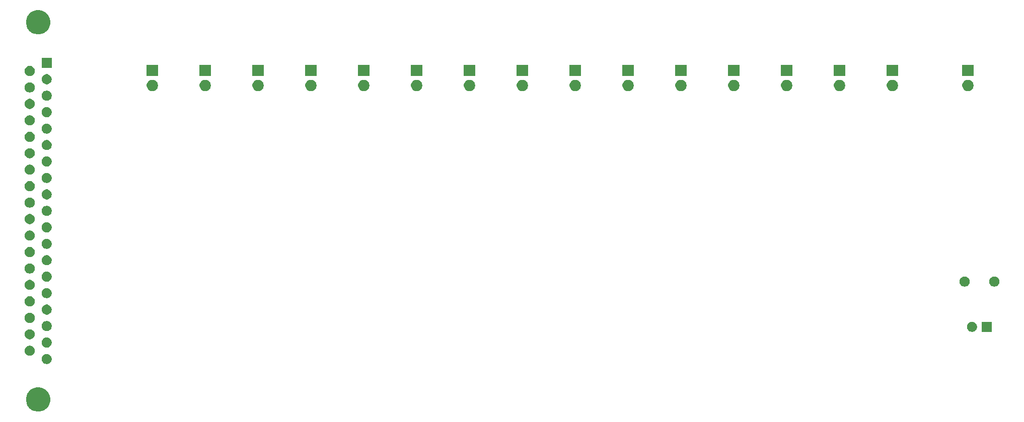
<source format=gbr>
G04 #@! TF.GenerationSoftware,KiCad,Pcbnew,5.1.5-52549c5~84~ubuntu18.04.1*
G04 #@! TF.CreationDate,2020-05-17T15:51:58-07:00*
G04 #@! TF.ProjectId,program_counter,70726f67-7261-46d5-9f63-6f756e746572,rev?*
G04 #@! TF.SameCoordinates,Original*
G04 #@! TF.FileFunction,Soldermask,Bot*
G04 #@! TF.FilePolarity,Negative*
%FSLAX46Y46*%
G04 Gerber Fmt 4.6, Leading zero omitted, Abs format (unit mm)*
G04 Created by KiCad (PCBNEW 5.1.5-52549c5~84~ubuntu18.04.1) date 2020-05-17 15:51:58*
%MOMM*%
%LPD*%
G04 APERTURE LIST*
%ADD10C,0.100000*%
G04 APERTURE END LIST*
D10*
G36*
X72838254Y-127097818D02*
G01*
X73211511Y-127252426D01*
X73211513Y-127252427D01*
X73547436Y-127476884D01*
X73833116Y-127762564D01*
X74057574Y-128098489D01*
X74212182Y-128471746D01*
X74291000Y-128867993D01*
X74291000Y-129272007D01*
X74212182Y-129668254D01*
X74057574Y-130041511D01*
X74057573Y-130041513D01*
X73833116Y-130377436D01*
X73547436Y-130663116D01*
X73211513Y-130887573D01*
X73211512Y-130887574D01*
X73211511Y-130887574D01*
X72838254Y-131042182D01*
X72442007Y-131121000D01*
X72037993Y-131121000D01*
X71641746Y-131042182D01*
X71268489Y-130887574D01*
X71268488Y-130887574D01*
X71268487Y-130887573D01*
X70932564Y-130663116D01*
X70646884Y-130377436D01*
X70422427Y-130041513D01*
X70422426Y-130041511D01*
X70267818Y-129668254D01*
X70189000Y-129272007D01*
X70189000Y-128867993D01*
X70267818Y-128471746D01*
X70422426Y-128098489D01*
X70646884Y-127762564D01*
X70932564Y-127476884D01*
X71268487Y-127252427D01*
X71268489Y-127252426D01*
X71641746Y-127097818D01*
X72037993Y-127019000D01*
X72442007Y-127019000D01*
X72838254Y-127097818D01*
G37*
G36*
X73908228Y-121431703D02*
G01*
X74063100Y-121495853D01*
X74202481Y-121588985D01*
X74321015Y-121707519D01*
X74414147Y-121846900D01*
X74478297Y-122001772D01*
X74511000Y-122166184D01*
X74511000Y-122333816D01*
X74478297Y-122498228D01*
X74414147Y-122653100D01*
X74321015Y-122792481D01*
X74202481Y-122911015D01*
X74063100Y-123004147D01*
X73908228Y-123068297D01*
X73743816Y-123101000D01*
X73576184Y-123101000D01*
X73411772Y-123068297D01*
X73256900Y-123004147D01*
X73117519Y-122911015D01*
X72998985Y-122792481D01*
X72905853Y-122653100D01*
X72841703Y-122498228D01*
X72809000Y-122333816D01*
X72809000Y-122166184D01*
X72841703Y-122001772D01*
X72905853Y-121846900D01*
X72998985Y-121707519D01*
X73117519Y-121588985D01*
X73256900Y-121495853D01*
X73411772Y-121431703D01*
X73576184Y-121399000D01*
X73743816Y-121399000D01*
X73908228Y-121431703D01*
G37*
G36*
X71068228Y-120046703D02*
G01*
X71223100Y-120110853D01*
X71362481Y-120203985D01*
X71481015Y-120322519D01*
X71574147Y-120461900D01*
X71638297Y-120616772D01*
X71671000Y-120781184D01*
X71671000Y-120948816D01*
X71638297Y-121113228D01*
X71574147Y-121268100D01*
X71481015Y-121407481D01*
X71362481Y-121526015D01*
X71223100Y-121619147D01*
X71068228Y-121683297D01*
X70903816Y-121716000D01*
X70736184Y-121716000D01*
X70571772Y-121683297D01*
X70416900Y-121619147D01*
X70277519Y-121526015D01*
X70158985Y-121407481D01*
X70065853Y-121268100D01*
X70001703Y-121113228D01*
X69969000Y-120948816D01*
X69969000Y-120781184D01*
X70001703Y-120616772D01*
X70065853Y-120461900D01*
X70158985Y-120322519D01*
X70277519Y-120203985D01*
X70416900Y-120110853D01*
X70571772Y-120046703D01*
X70736184Y-120014000D01*
X70903816Y-120014000D01*
X71068228Y-120046703D01*
G37*
G36*
X73908228Y-118661703D02*
G01*
X74063100Y-118725853D01*
X74202481Y-118818985D01*
X74321015Y-118937519D01*
X74414147Y-119076900D01*
X74478297Y-119231772D01*
X74511000Y-119396184D01*
X74511000Y-119563816D01*
X74478297Y-119728228D01*
X74414147Y-119883100D01*
X74321015Y-120022481D01*
X74202481Y-120141015D01*
X74063100Y-120234147D01*
X73908228Y-120298297D01*
X73743816Y-120331000D01*
X73576184Y-120331000D01*
X73411772Y-120298297D01*
X73256900Y-120234147D01*
X73117519Y-120141015D01*
X72998985Y-120022481D01*
X72905853Y-119883100D01*
X72841703Y-119728228D01*
X72809000Y-119563816D01*
X72809000Y-119396184D01*
X72841703Y-119231772D01*
X72905853Y-119076900D01*
X72998985Y-118937519D01*
X73117519Y-118818985D01*
X73256900Y-118725853D01*
X73411772Y-118661703D01*
X73576184Y-118629000D01*
X73743816Y-118629000D01*
X73908228Y-118661703D01*
G37*
G36*
X71068228Y-117276703D02*
G01*
X71223100Y-117340853D01*
X71362481Y-117433985D01*
X71481015Y-117552519D01*
X71574147Y-117691900D01*
X71638297Y-117846772D01*
X71671000Y-118011184D01*
X71671000Y-118178816D01*
X71638297Y-118343228D01*
X71574147Y-118498100D01*
X71481015Y-118637481D01*
X71362481Y-118756015D01*
X71223100Y-118849147D01*
X71068228Y-118913297D01*
X70903816Y-118946000D01*
X70736184Y-118946000D01*
X70571772Y-118913297D01*
X70416900Y-118849147D01*
X70277519Y-118756015D01*
X70158985Y-118637481D01*
X70065853Y-118498100D01*
X70001703Y-118343228D01*
X69969000Y-118178816D01*
X69969000Y-118011184D01*
X70001703Y-117846772D01*
X70065853Y-117691900D01*
X70158985Y-117552519D01*
X70277519Y-117433985D01*
X70416900Y-117340853D01*
X70571772Y-117276703D01*
X70736184Y-117244000D01*
X70903816Y-117244000D01*
X71068228Y-117276703D01*
G37*
G36*
X232626000Y-117691000D02*
G01*
X230924000Y-117691000D01*
X230924000Y-115989000D01*
X232626000Y-115989000D01*
X232626000Y-117691000D01*
G37*
G36*
X229523228Y-116021703D02*
G01*
X229678100Y-116085853D01*
X229817481Y-116178985D01*
X229936015Y-116297519D01*
X230029147Y-116436900D01*
X230093297Y-116591772D01*
X230126000Y-116756184D01*
X230126000Y-116923816D01*
X230093297Y-117088228D01*
X230029147Y-117243100D01*
X229936015Y-117382481D01*
X229817481Y-117501015D01*
X229678100Y-117594147D01*
X229523228Y-117658297D01*
X229358816Y-117691000D01*
X229191184Y-117691000D01*
X229026772Y-117658297D01*
X228871900Y-117594147D01*
X228732519Y-117501015D01*
X228613985Y-117382481D01*
X228520853Y-117243100D01*
X228456703Y-117088228D01*
X228424000Y-116923816D01*
X228424000Y-116756184D01*
X228456703Y-116591772D01*
X228520853Y-116436900D01*
X228613985Y-116297519D01*
X228732519Y-116178985D01*
X228871900Y-116085853D01*
X229026772Y-116021703D01*
X229191184Y-115989000D01*
X229358816Y-115989000D01*
X229523228Y-116021703D01*
G37*
G36*
X73908228Y-115891703D02*
G01*
X74063100Y-115955853D01*
X74202481Y-116048985D01*
X74321015Y-116167519D01*
X74414147Y-116306900D01*
X74478297Y-116461772D01*
X74511000Y-116626184D01*
X74511000Y-116793816D01*
X74478297Y-116958228D01*
X74414147Y-117113100D01*
X74321015Y-117252481D01*
X74202481Y-117371015D01*
X74063100Y-117464147D01*
X73908228Y-117528297D01*
X73743816Y-117561000D01*
X73576184Y-117561000D01*
X73411772Y-117528297D01*
X73256900Y-117464147D01*
X73117519Y-117371015D01*
X72998985Y-117252481D01*
X72905853Y-117113100D01*
X72841703Y-116958228D01*
X72809000Y-116793816D01*
X72809000Y-116626184D01*
X72841703Y-116461772D01*
X72905853Y-116306900D01*
X72998985Y-116167519D01*
X73117519Y-116048985D01*
X73256900Y-115955853D01*
X73411772Y-115891703D01*
X73576184Y-115859000D01*
X73743816Y-115859000D01*
X73908228Y-115891703D01*
G37*
G36*
X71068228Y-114506703D02*
G01*
X71223100Y-114570853D01*
X71362481Y-114663985D01*
X71481015Y-114782519D01*
X71574147Y-114921900D01*
X71638297Y-115076772D01*
X71671000Y-115241184D01*
X71671000Y-115408816D01*
X71638297Y-115573228D01*
X71574147Y-115728100D01*
X71481015Y-115867481D01*
X71362481Y-115986015D01*
X71223100Y-116079147D01*
X71068228Y-116143297D01*
X70903816Y-116176000D01*
X70736184Y-116176000D01*
X70571772Y-116143297D01*
X70416900Y-116079147D01*
X70277519Y-115986015D01*
X70158985Y-115867481D01*
X70065853Y-115728100D01*
X70001703Y-115573228D01*
X69969000Y-115408816D01*
X69969000Y-115241184D01*
X70001703Y-115076772D01*
X70065853Y-114921900D01*
X70158985Y-114782519D01*
X70277519Y-114663985D01*
X70416900Y-114570853D01*
X70571772Y-114506703D01*
X70736184Y-114474000D01*
X70903816Y-114474000D01*
X71068228Y-114506703D01*
G37*
G36*
X73908228Y-113121703D02*
G01*
X74063100Y-113185853D01*
X74202481Y-113278985D01*
X74321015Y-113397519D01*
X74414147Y-113536900D01*
X74478297Y-113691772D01*
X74511000Y-113856184D01*
X74511000Y-114023816D01*
X74478297Y-114188228D01*
X74414147Y-114343100D01*
X74321015Y-114482481D01*
X74202481Y-114601015D01*
X74063100Y-114694147D01*
X73908228Y-114758297D01*
X73743816Y-114791000D01*
X73576184Y-114791000D01*
X73411772Y-114758297D01*
X73256900Y-114694147D01*
X73117519Y-114601015D01*
X72998985Y-114482481D01*
X72905853Y-114343100D01*
X72841703Y-114188228D01*
X72809000Y-114023816D01*
X72809000Y-113856184D01*
X72841703Y-113691772D01*
X72905853Y-113536900D01*
X72998985Y-113397519D01*
X73117519Y-113278985D01*
X73256900Y-113185853D01*
X73411772Y-113121703D01*
X73576184Y-113089000D01*
X73743816Y-113089000D01*
X73908228Y-113121703D01*
G37*
G36*
X71068228Y-111736703D02*
G01*
X71223100Y-111800853D01*
X71362481Y-111893985D01*
X71481015Y-112012519D01*
X71574147Y-112151900D01*
X71638297Y-112306772D01*
X71671000Y-112471184D01*
X71671000Y-112638816D01*
X71638297Y-112803228D01*
X71574147Y-112958100D01*
X71481015Y-113097481D01*
X71362481Y-113216015D01*
X71223100Y-113309147D01*
X71068228Y-113373297D01*
X70903816Y-113406000D01*
X70736184Y-113406000D01*
X70571772Y-113373297D01*
X70416900Y-113309147D01*
X70277519Y-113216015D01*
X70158985Y-113097481D01*
X70065853Y-112958100D01*
X70001703Y-112803228D01*
X69969000Y-112638816D01*
X69969000Y-112471184D01*
X70001703Y-112306772D01*
X70065853Y-112151900D01*
X70158985Y-112012519D01*
X70277519Y-111893985D01*
X70416900Y-111800853D01*
X70571772Y-111736703D01*
X70736184Y-111704000D01*
X70903816Y-111704000D01*
X71068228Y-111736703D01*
G37*
G36*
X73908228Y-110351703D02*
G01*
X74063100Y-110415853D01*
X74202481Y-110508985D01*
X74321015Y-110627519D01*
X74414147Y-110766900D01*
X74478297Y-110921772D01*
X74511000Y-111086184D01*
X74511000Y-111253816D01*
X74478297Y-111418228D01*
X74414147Y-111573100D01*
X74321015Y-111712481D01*
X74202481Y-111831015D01*
X74063100Y-111924147D01*
X73908228Y-111988297D01*
X73743816Y-112021000D01*
X73576184Y-112021000D01*
X73411772Y-111988297D01*
X73256900Y-111924147D01*
X73117519Y-111831015D01*
X72998985Y-111712481D01*
X72905853Y-111573100D01*
X72841703Y-111418228D01*
X72809000Y-111253816D01*
X72809000Y-111086184D01*
X72841703Y-110921772D01*
X72905853Y-110766900D01*
X72998985Y-110627519D01*
X73117519Y-110508985D01*
X73256900Y-110415853D01*
X73411772Y-110351703D01*
X73576184Y-110319000D01*
X73743816Y-110319000D01*
X73908228Y-110351703D01*
G37*
G36*
X71068228Y-108966703D02*
G01*
X71223100Y-109030853D01*
X71362481Y-109123985D01*
X71481015Y-109242519D01*
X71574147Y-109381900D01*
X71638297Y-109536772D01*
X71671000Y-109701184D01*
X71671000Y-109868816D01*
X71638297Y-110033228D01*
X71574147Y-110188100D01*
X71481015Y-110327481D01*
X71362481Y-110446015D01*
X71223100Y-110539147D01*
X71068228Y-110603297D01*
X70903816Y-110636000D01*
X70736184Y-110636000D01*
X70571772Y-110603297D01*
X70416900Y-110539147D01*
X70277519Y-110446015D01*
X70158985Y-110327481D01*
X70065853Y-110188100D01*
X70001703Y-110033228D01*
X69969000Y-109868816D01*
X69969000Y-109701184D01*
X70001703Y-109536772D01*
X70065853Y-109381900D01*
X70158985Y-109242519D01*
X70277519Y-109123985D01*
X70416900Y-109030853D01*
X70571772Y-108966703D01*
X70736184Y-108934000D01*
X70903816Y-108934000D01*
X71068228Y-108966703D01*
G37*
G36*
X233293228Y-108401703D02*
G01*
X233448100Y-108465853D01*
X233587481Y-108558985D01*
X233706015Y-108677519D01*
X233799147Y-108816900D01*
X233863297Y-108971772D01*
X233896000Y-109136184D01*
X233896000Y-109303816D01*
X233863297Y-109468228D01*
X233799147Y-109623100D01*
X233706015Y-109762481D01*
X233587481Y-109881015D01*
X233448100Y-109974147D01*
X233293228Y-110038297D01*
X233128816Y-110071000D01*
X232961184Y-110071000D01*
X232796772Y-110038297D01*
X232641900Y-109974147D01*
X232502519Y-109881015D01*
X232383985Y-109762481D01*
X232290853Y-109623100D01*
X232226703Y-109468228D01*
X232194000Y-109303816D01*
X232194000Y-109136184D01*
X232226703Y-108971772D01*
X232290853Y-108816900D01*
X232383985Y-108677519D01*
X232502519Y-108558985D01*
X232641900Y-108465853D01*
X232796772Y-108401703D01*
X232961184Y-108369000D01*
X233128816Y-108369000D01*
X233293228Y-108401703D01*
G37*
G36*
X228293228Y-108401703D02*
G01*
X228448100Y-108465853D01*
X228587481Y-108558985D01*
X228706015Y-108677519D01*
X228799147Y-108816900D01*
X228863297Y-108971772D01*
X228896000Y-109136184D01*
X228896000Y-109303816D01*
X228863297Y-109468228D01*
X228799147Y-109623100D01*
X228706015Y-109762481D01*
X228587481Y-109881015D01*
X228448100Y-109974147D01*
X228293228Y-110038297D01*
X228128816Y-110071000D01*
X227961184Y-110071000D01*
X227796772Y-110038297D01*
X227641900Y-109974147D01*
X227502519Y-109881015D01*
X227383985Y-109762481D01*
X227290853Y-109623100D01*
X227226703Y-109468228D01*
X227194000Y-109303816D01*
X227194000Y-109136184D01*
X227226703Y-108971772D01*
X227290853Y-108816900D01*
X227383985Y-108677519D01*
X227502519Y-108558985D01*
X227641900Y-108465853D01*
X227796772Y-108401703D01*
X227961184Y-108369000D01*
X228128816Y-108369000D01*
X228293228Y-108401703D01*
G37*
G36*
X73908228Y-107581703D02*
G01*
X74063100Y-107645853D01*
X74202481Y-107738985D01*
X74321015Y-107857519D01*
X74414147Y-107996900D01*
X74478297Y-108151772D01*
X74511000Y-108316184D01*
X74511000Y-108483816D01*
X74478297Y-108648228D01*
X74414147Y-108803100D01*
X74321015Y-108942481D01*
X74202481Y-109061015D01*
X74063100Y-109154147D01*
X73908228Y-109218297D01*
X73743816Y-109251000D01*
X73576184Y-109251000D01*
X73411772Y-109218297D01*
X73256900Y-109154147D01*
X73117519Y-109061015D01*
X72998985Y-108942481D01*
X72905853Y-108803100D01*
X72841703Y-108648228D01*
X72809000Y-108483816D01*
X72809000Y-108316184D01*
X72841703Y-108151772D01*
X72905853Y-107996900D01*
X72998985Y-107857519D01*
X73117519Y-107738985D01*
X73256900Y-107645853D01*
X73411772Y-107581703D01*
X73576184Y-107549000D01*
X73743816Y-107549000D01*
X73908228Y-107581703D01*
G37*
G36*
X71068228Y-106196703D02*
G01*
X71223100Y-106260853D01*
X71362481Y-106353985D01*
X71481015Y-106472519D01*
X71574147Y-106611900D01*
X71638297Y-106766772D01*
X71671000Y-106931184D01*
X71671000Y-107098816D01*
X71638297Y-107263228D01*
X71574147Y-107418100D01*
X71481015Y-107557481D01*
X71362481Y-107676015D01*
X71223100Y-107769147D01*
X71068228Y-107833297D01*
X70903816Y-107866000D01*
X70736184Y-107866000D01*
X70571772Y-107833297D01*
X70416900Y-107769147D01*
X70277519Y-107676015D01*
X70158985Y-107557481D01*
X70065853Y-107418100D01*
X70001703Y-107263228D01*
X69969000Y-107098816D01*
X69969000Y-106931184D01*
X70001703Y-106766772D01*
X70065853Y-106611900D01*
X70158985Y-106472519D01*
X70277519Y-106353985D01*
X70416900Y-106260853D01*
X70571772Y-106196703D01*
X70736184Y-106164000D01*
X70903816Y-106164000D01*
X71068228Y-106196703D01*
G37*
G36*
X73908228Y-104811703D02*
G01*
X74063100Y-104875853D01*
X74202481Y-104968985D01*
X74321015Y-105087519D01*
X74414147Y-105226900D01*
X74478297Y-105381772D01*
X74511000Y-105546184D01*
X74511000Y-105713816D01*
X74478297Y-105878228D01*
X74414147Y-106033100D01*
X74321015Y-106172481D01*
X74202481Y-106291015D01*
X74063100Y-106384147D01*
X73908228Y-106448297D01*
X73743816Y-106481000D01*
X73576184Y-106481000D01*
X73411772Y-106448297D01*
X73256900Y-106384147D01*
X73117519Y-106291015D01*
X72998985Y-106172481D01*
X72905853Y-106033100D01*
X72841703Y-105878228D01*
X72809000Y-105713816D01*
X72809000Y-105546184D01*
X72841703Y-105381772D01*
X72905853Y-105226900D01*
X72998985Y-105087519D01*
X73117519Y-104968985D01*
X73256900Y-104875853D01*
X73411772Y-104811703D01*
X73576184Y-104779000D01*
X73743816Y-104779000D01*
X73908228Y-104811703D01*
G37*
G36*
X71068228Y-103426703D02*
G01*
X71223100Y-103490853D01*
X71362481Y-103583985D01*
X71481015Y-103702519D01*
X71574147Y-103841900D01*
X71638297Y-103996772D01*
X71671000Y-104161184D01*
X71671000Y-104328816D01*
X71638297Y-104493228D01*
X71574147Y-104648100D01*
X71481015Y-104787481D01*
X71362481Y-104906015D01*
X71223100Y-104999147D01*
X71068228Y-105063297D01*
X70903816Y-105096000D01*
X70736184Y-105096000D01*
X70571772Y-105063297D01*
X70416900Y-104999147D01*
X70277519Y-104906015D01*
X70158985Y-104787481D01*
X70065853Y-104648100D01*
X70001703Y-104493228D01*
X69969000Y-104328816D01*
X69969000Y-104161184D01*
X70001703Y-103996772D01*
X70065853Y-103841900D01*
X70158985Y-103702519D01*
X70277519Y-103583985D01*
X70416900Y-103490853D01*
X70571772Y-103426703D01*
X70736184Y-103394000D01*
X70903816Y-103394000D01*
X71068228Y-103426703D01*
G37*
G36*
X73908228Y-102041703D02*
G01*
X74063100Y-102105853D01*
X74202481Y-102198985D01*
X74321015Y-102317519D01*
X74414147Y-102456900D01*
X74478297Y-102611772D01*
X74511000Y-102776184D01*
X74511000Y-102943816D01*
X74478297Y-103108228D01*
X74414147Y-103263100D01*
X74321015Y-103402481D01*
X74202481Y-103521015D01*
X74063100Y-103614147D01*
X73908228Y-103678297D01*
X73743816Y-103711000D01*
X73576184Y-103711000D01*
X73411772Y-103678297D01*
X73256900Y-103614147D01*
X73117519Y-103521015D01*
X72998985Y-103402481D01*
X72905853Y-103263100D01*
X72841703Y-103108228D01*
X72809000Y-102943816D01*
X72809000Y-102776184D01*
X72841703Y-102611772D01*
X72905853Y-102456900D01*
X72998985Y-102317519D01*
X73117519Y-102198985D01*
X73256900Y-102105853D01*
X73411772Y-102041703D01*
X73576184Y-102009000D01*
X73743816Y-102009000D01*
X73908228Y-102041703D01*
G37*
G36*
X71068228Y-100656703D02*
G01*
X71223100Y-100720853D01*
X71362481Y-100813985D01*
X71481015Y-100932519D01*
X71574147Y-101071900D01*
X71638297Y-101226772D01*
X71671000Y-101391184D01*
X71671000Y-101558816D01*
X71638297Y-101723228D01*
X71574147Y-101878100D01*
X71481015Y-102017481D01*
X71362481Y-102136015D01*
X71223100Y-102229147D01*
X71068228Y-102293297D01*
X70903816Y-102326000D01*
X70736184Y-102326000D01*
X70571772Y-102293297D01*
X70416900Y-102229147D01*
X70277519Y-102136015D01*
X70158985Y-102017481D01*
X70065853Y-101878100D01*
X70001703Y-101723228D01*
X69969000Y-101558816D01*
X69969000Y-101391184D01*
X70001703Y-101226772D01*
X70065853Y-101071900D01*
X70158985Y-100932519D01*
X70277519Y-100813985D01*
X70416900Y-100720853D01*
X70571772Y-100656703D01*
X70736184Y-100624000D01*
X70903816Y-100624000D01*
X71068228Y-100656703D01*
G37*
G36*
X73908228Y-99271703D02*
G01*
X74063100Y-99335853D01*
X74202481Y-99428985D01*
X74321015Y-99547519D01*
X74414147Y-99686900D01*
X74478297Y-99841772D01*
X74511000Y-100006184D01*
X74511000Y-100173816D01*
X74478297Y-100338228D01*
X74414147Y-100493100D01*
X74321015Y-100632481D01*
X74202481Y-100751015D01*
X74063100Y-100844147D01*
X73908228Y-100908297D01*
X73743816Y-100941000D01*
X73576184Y-100941000D01*
X73411772Y-100908297D01*
X73256900Y-100844147D01*
X73117519Y-100751015D01*
X72998985Y-100632481D01*
X72905853Y-100493100D01*
X72841703Y-100338228D01*
X72809000Y-100173816D01*
X72809000Y-100006184D01*
X72841703Y-99841772D01*
X72905853Y-99686900D01*
X72998985Y-99547519D01*
X73117519Y-99428985D01*
X73256900Y-99335853D01*
X73411772Y-99271703D01*
X73576184Y-99239000D01*
X73743816Y-99239000D01*
X73908228Y-99271703D01*
G37*
G36*
X71068228Y-97886703D02*
G01*
X71223100Y-97950853D01*
X71362481Y-98043985D01*
X71481015Y-98162519D01*
X71574147Y-98301900D01*
X71638297Y-98456772D01*
X71671000Y-98621184D01*
X71671000Y-98788816D01*
X71638297Y-98953228D01*
X71574147Y-99108100D01*
X71481015Y-99247481D01*
X71362481Y-99366015D01*
X71223100Y-99459147D01*
X71068228Y-99523297D01*
X70903816Y-99556000D01*
X70736184Y-99556000D01*
X70571772Y-99523297D01*
X70416900Y-99459147D01*
X70277519Y-99366015D01*
X70158985Y-99247481D01*
X70065853Y-99108100D01*
X70001703Y-98953228D01*
X69969000Y-98788816D01*
X69969000Y-98621184D01*
X70001703Y-98456772D01*
X70065853Y-98301900D01*
X70158985Y-98162519D01*
X70277519Y-98043985D01*
X70416900Y-97950853D01*
X70571772Y-97886703D01*
X70736184Y-97854000D01*
X70903816Y-97854000D01*
X71068228Y-97886703D01*
G37*
G36*
X73908228Y-96501703D02*
G01*
X74063100Y-96565853D01*
X74202481Y-96658985D01*
X74321015Y-96777519D01*
X74414147Y-96916900D01*
X74478297Y-97071772D01*
X74511000Y-97236184D01*
X74511000Y-97403816D01*
X74478297Y-97568228D01*
X74414147Y-97723100D01*
X74321015Y-97862481D01*
X74202481Y-97981015D01*
X74063100Y-98074147D01*
X73908228Y-98138297D01*
X73743816Y-98171000D01*
X73576184Y-98171000D01*
X73411772Y-98138297D01*
X73256900Y-98074147D01*
X73117519Y-97981015D01*
X72998985Y-97862481D01*
X72905853Y-97723100D01*
X72841703Y-97568228D01*
X72809000Y-97403816D01*
X72809000Y-97236184D01*
X72841703Y-97071772D01*
X72905853Y-96916900D01*
X72998985Y-96777519D01*
X73117519Y-96658985D01*
X73256900Y-96565853D01*
X73411772Y-96501703D01*
X73576184Y-96469000D01*
X73743816Y-96469000D01*
X73908228Y-96501703D01*
G37*
G36*
X71068228Y-95116703D02*
G01*
X71223100Y-95180853D01*
X71362481Y-95273985D01*
X71481015Y-95392519D01*
X71574147Y-95531900D01*
X71638297Y-95686772D01*
X71671000Y-95851184D01*
X71671000Y-96018816D01*
X71638297Y-96183228D01*
X71574147Y-96338100D01*
X71481015Y-96477481D01*
X71362481Y-96596015D01*
X71223100Y-96689147D01*
X71068228Y-96753297D01*
X70903816Y-96786000D01*
X70736184Y-96786000D01*
X70571772Y-96753297D01*
X70416900Y-96689147D01*
X70277519Y-96596015D01*
X70158985Y-96477481D01*
X70065853Y-96338100D01*
X70001703Y-96183228D01*
X69969000Y-96018816D01*
X69969000Y-95851184D01*
X70001703Y-95686772D01*
X70065853Y-95531900D01*
X70158985Y-95392519D01*
X70277519Y-95273985D01*
X70416900Y-95180853D01*
X70571772Y-95116703D01*
X70736184Y-95084000D01*
X70903816Y-95084000D01*
X71068228Y-95116703D01*
G37*
G36*
X73908228Y-93731703D02*
G01*
X74063100Y-93795853D01*
X74202481Y-93888985D01*
X74321015Y-94007519D01*
X74414147Y-94146900D01*
X74478297Y-94301772D01*
X74511000Y-94466184D01*
X74511000Y-94633816D01*
X74478297Y-94798228D01*
X74414147Y-94953100D01*
X74321015Y-95092481D01*
X74202481Y-95211015D01*
X74063100Y-95304147D01*
X73908228Y-95368297D01*
X73743816Y-95401000D01*
X73576184Y-95401000D01*
X73411772Y-95368297D01*
X73256900Y-95304147D01*
X73117519Y-95211015D01*
X72998985Y-95092481D01*
X72905853Y-94953100D01*
X72841703Y-94798228D01*
X72809000Y-94633816D01*
X72809000Y-94466184D01*
X72841703Y-94301772D01*
X72905853Y-94146900D01*
X72998985Y-94007519D01*
X73117519Y-93888985D01*
X73256900Y-93795853D01*
X73411772Y-93731703D01*
X73576184Y-93699000D01*
X73743816Y-93699000D01*
X73908228Y-93731703D01*
G37*
G36*
X71068228Y-92346703D02*
G01*
X71223100Y-92410853D01*
X71362481Y-92503985D01*
X71481015Y-92622519D01*
X71574147Y-92761900D01*
X71638297Y-92916772D01*
X71671000Y-93081184D01*
X71671000Y-93248816D01*
X71638297Y-93413228D01*
X71574147Y-93568100D01*
X71481015Y-93707481D01*
X71362481Y-93826015D01*
X71223100Y-93919147D01*
X71068228Y-93983297D01*
X70903816Y-94016000D01*
X70736184Y-94016000D01*
X70571772Y-93983297D01*
X70416900Y-93919147D01*
X70277519Y-93826015D01*
X70158985Y-93707481D01*
X70065853Y-93568100D01*
X70001703Y-93413228D01*
X69969000Y-93248816D01*
X69969000Y-93081184D01*
X70001703Y-92916772D01*
X70065853Y-92761900D01*
X70158985Y-92622519D01*
X70277519Y-92503985D01*
X70416900Y-92410853D01*
X70571772Y-92346703D01*
X70736184Y-92314000D01*
X70903816Y-92314000D01*
X71068228Y-92346703D01*
G37*
G36*
X73908228Y-90961703D02*
G01*
X74063100Y-91025853D01*
X74202481Y-91118985D01*
X74321015Y-91237519D01*
X74414147Y-91376900D01*
X74478297Y-91531772D01*
X74511000Y-91696184D01*
X74511000Y-91863816D01*
X74478297Y-92028228D01*
X74414147Y-92183100D01*
X74321015Y-92322481D01*
X74202481Y-92441015D01*
X74063100Y-92534147D01*
X73908228Y-92598297D01*
X73743816Y-92631000D01*
X73576184Y-92631000D01*
X73411772Y-92598297D01*
X73256900Y-92534147D01*
X73117519Y-92441015D01*
X72998985Y-92322481D01*
X72905853Y-92183100D01*
X72841703Y-92028228D01*
X72809000Y-91863816D01*
X72809000Y-91696184D01*
X72841703Y-91531772D01*
X72905853Y-91376900D01*
X72998985Y-91237519D01*
X73117519Y-91118985D01*
X73256900Y-91025853D01*
X73411772Y-90961703D01*
X73576184Y-90929000D01*
X73743816Y-90929000D01*
X73908228Y-90961703D01*
G37*
G36*
X71068228Y-89576703D02*
G01*
X71223100Y-89640853D01*
X71362481Y-89733985D01*
X71481015Y-89852519D01*
X71574147Y-89991900D01*
X71638297Y-90146772D01*
X71671000Y-90311184D01*
X71671000Y-90478816D01*
X71638297Y-90643228D01*
X71574147Y-90798100D01*
X71481015Y-90937481D01*
X71362481Y-91056015D01*
X71223100Y-91149147D01*
X71068228Y-91213297D01*
X70903816Y-91246000D01*
X70736184Y-91246000D01*
X70571772Y-91213297D01*
X70416900Y-91149147D01*
X70277519Y-91056015D01*
X70158985Y-90937481D01*
X70065853Y-90798100D01*
X70001703Y-90643228D01*
X69969000Y-90478816D01*
X69969000Y-90311184D01*
X70001703Y-90146772D01*
X70065853Y-89991900D01*
X70158985Y-89852519D01*
X70277519Y-89733985D01*
X70416900Y-89640853D01*
X70571772Y-89576703D01*
X70736184Y-89544000D01*
X70903816Y-89544000D01*
X71068228Y-89576703D01*
G37*
G36*
X73908228Y-88191703D02*
G01*
X74063100Y-88255853D01*
X74202481Y-88348985D01*
X74321015Y-88467519D01*
X74414147Y-88606900D01*
X74478297Y-88761772D01*
X74511000Y-88926184D01*
X74511000Y-89093816D01*
X74478297Y-89258228D01*
X74414147Y-89413100D01*
X74321015Y-89552481D01*
X74202481Y-89671015D01*
X74063100Y-89764147D01*
X73908228Y-89828297D01*
X73743816Y-89861000D01*
X73576184Y-89861000D01*
X73411772Y-89828297D01*
X73256900Y-89764147D01*
X73117519Y-89671015D01*
X72998985Y-89552481D01*
X72905853Y-89413100D01*
X72841703Y-89258228D01*
X72809000Y-89093816D01*
X72809000Y-88926184D01*
X72841703Y-88761772D01*
X72905853Y-88606900D01*
X72998985Y-88467519D01*
X73117519Y-88348985D01*
X73256900Y-88255853D01*
X73411772Y-88191703D01*
X73576184Y-88159000D01*
X73743816Y-88159000D01*
X73908228Y-88191703D01*
G37*
G36*
X71068228Y-86806703D02*
G01*
X71223100Y-86870853D01*
X71362481Y-86963985D01*
X71481015Y-87082519D01*
X71574147Y-87221900D01*
X71638297Y-87376772D01*
X71671000Y-87541184D01*
X71671000Y-87708816D01*
X71638297Y-87873228D01*
X71574147Y-88028100D01*
X71481015Y-88167481D01*
X71362481Y-88286015D01*
X71223100Y-88379147D01*
X71068228Y-88443297D01*
X70903816Y-88476000D01*
X70736184Y-88476000D01*
X70571772Y-88443297D01*
X70416900Y-88379147D01*
X70277519Y-88286015D01*
X70158985Y-88167481D01*
X70065853Y-88028100D01*
X70001703Y-87873228D01*
X69969000Y-87708816D01*
X69969000Y-87541184D01*
X70001703Y-87376772D01*
X70065853Y-87221900D01*
X70158985Y-87082519D01*
X70277519Y-86963985D01*
X70416900Y-86870853D01*
X70571772Y-86806703D01*
X70736184Y-86774000D01*
X70903816Y-86774000D01*
X71068228Y-86806703D01*
G37*
G36*
X73908228Y-85421703D02*
G01*
X74063100Y-85485853D01*
X74202481Y-85578985D01*
X74321015Y-85697519D01*
X74414147Y-85836900D01*
X74478297Y-85991772D01*
X74511000Y-86156184D01*
X74511000Y-86323816D01*
X74478297Y-86488228D01*
X74414147Y-86643100D01*
X74321015Y-86782481D01*
X74202481Y-86901015D01*
X74063100Y-86994147D01*
X73908228Y-87058297D01*
X73743816Y-87091000D01*
X73576184Y-87091000D01*
X73411772Y-87058297D01*
X73256900Y-86994147D01*
X73117519Y-86901015D01*
X72998985Y-86782481D01*
X72905853Y-86643100D01*
X72841703Y-86488228D01*
X72809000Y-86323816D01*
X72809000Y-86156184D01*
X72841703Y-85991772D01*
X72905853Y-85836900D01*
X72998985Y-85697519D01*
X73117519Y-85578985D01*
X73256900Y-85485853D01*
X73411772Y-85421703D01*
X73576184Y-85389000D01*
X73743816Y-85389000D01*
X73908228Y-85421703D01*
G37*
G36*
X71068228Y-84036703D02*
G01*
X71223100Y-84100853D01*
X71362481Y-84193985D01*
X71481015Y-84312519D01*
X71574147Y-84451900D01*
X71638297Y-84606772D01*
X71671000Y-84771184D01*
X71671000Y-84938816D01*
X71638297Y-85103228D01*
X71574147Y-85258100D01*
X71481015Y-85397481D01*
X71362481Y-85516015D01*
X71223100Y-85609147D01*
X71068228Y-85673297D01*
X70903816Y-85706000D01*
X70736184Y-85706000D01*
X70571772Y-85673297D01*
X70416900Y-85609147D01*
X70277519Y-85516015D01*
X70158985Y-85397481D01*
X70065853Y-85258100D01*
X70001703Y-85103228D01*
X69969000Y-84938816D01*
X69969000Y-84771184D01*
X70001703Y-84606772D01*
X70065853Y-84451900D01*
X70158985Y-84312519D01*
X70277519Y-84193985D01*
X70416900Y-84100853D01*
X70571772Y-84036703D01*
X70736184Y-84004000D01*
X70903816Y-84004000D01*
X71068228Y-84036703D01*
G37*
G36*
X73908228Y-82651703D02*
G01*
X74063100Y-82715853D01*
X74202481Y-82808985D01*
X74321015Y-82927519D01*
X74414147Y-83066900D01*
X74478297Y-83221772D01*
X74511000Y-83386184D01*
X74511000Y-83553816D01*
X74478297Y-83718228D01*
X74414147Y-83873100D01*
X74321015Y-84012481D01*
X74202481Y-84131015D01*
X74063100Y-84224147D01*
X73908228Y-84288297D01*
X73743816Y-84321000D01*
X73576184Y-84321000D01*
X73411772Y-84288297D01*
X73256900Y-84224147D01*
X73117519Y-84131015D01*
X72998985Y-84012481D01*
X72905853Y-83873100D01*
X72841703Y-83718228D01*
X72809000Y-83553816D01*
X72809000Y-83386184D01*
X72841703Y-83221772D01*
X72905853Y-83066900D01*
X72998985Y-82927519D01*
X73117519Y-82808985D01*
X73256900Y-82715853D01*
X73411772Y-82651703D01*
X73576184Y-82619000D01*
X73743816Y-82619000D01*
X73908228Y-82651703D01*
G37*
G36*
X71068228Y-81266703D02*
G01*
X71223100Y-81330853D01*
X71362481Y-81423985D01*
X71481015Y-81542519D01*
X71574147Y-81681900D01*
X71638297Y-81836772D01*
X71671000Y-82001184D01*
X71671000Y-82168816D01*
X71638297Y-82333228D01*
X71574147Y-82488100D01*
X71481015Y-82627481D01*
X71362481Y-82746015D01*
X71223100Y-82839147D01*
X71068228Y-82903297D01*
X70903816Y-82936000D01*
X70736184Y-82936000D01*
X70571772Y-82903297D01*
X70416900Y-82839147D01*
X70277519Y-82746015D01*
X70158985Y-82627481D01*
X70065853Y-82488100D01*
X70001703Y-82333228D01*
X69969000Y-82168816D01*
X69969000Y-82001184D01*
X70001703Y-81836772D01*
X70065853Y-81681900D01*
X70158985Y-81542519D01*
X70277519Y-81423985D01*
X70416900Y-81330853D01*
X70571772Y-81266703D01*
X70736184Y-81234000D01*
X70903816Y-81234000D01*
X71068228Y-81266703D01*
G37*
G36*
X73908228Y-79881703D02*
G01*
X74063100Y-79945853D01*
X74202481Y-80038985D01*
X74321015Y-80157519D01*
X74414147Y-80296900D01*
X74478297Y-80451772D01*
X74511000Y-80616184D01*
X74511000Y-80783816D01*
X74478297Y-80948228D01*
X74414147Y-81103100D01*
X74321015Y-81242481D01*
X74202481Y-81361015D01*
X74063100Y-81454147D01*
X73908228Y-81518297D01*
X73743816Y-81551000D01*
X73576184Y-81551000D01*
X73411772Y-81518297D01*
X73256900Y-81454147D01*
X73117519Y-81361015D01*
X72998985Y-81242481D01*
X72905853Y-81103100D01*
X72841703Y-80948228D01*
X72809000Y-80783816D01*
X72809000Y-80616184D01*
X72841703Y-80451772D01*
X72905853Y-80296900D01*
X72998985Y-80157519D01*
X73117519Y-80038985D01*
X73256900Y-79945853D01*
X73411772Y-79881703D01*
X73576184Y-79849000D01*
X73743816Y-79849000D01*
X73908228Y-79881703D01*
G37*
G36*
X71068228Y-78496703D02*
G01*
X71223100Y-78560853D01*
X71362481Y-78653985D01*
X71481015Y-78772519D01*
X71574147Y-78911900D01*
X71638297Y-79066772D01*
X71671000Y-79231184D01*
X71671000Y-79398816D01*
X71638297Y-79563228D01*
X71574147Y-79718100D01*
X71481015Y-79857481D01*
X71362481Y-79976015D01*
X71223100Y-80069147D01*
X71068228Y-80133297D01*
X70903816Y-80166000D01*
X70736184Y-80166000D01*
X70571772Y-80133297D01*
X70416900Y-80069147D01*
X70277519Y-79976015D01*
X70158985Y-79857481D01*
X70065853Y-79718100D01*
X70001703Y-79563228D01*
X69969000Y-79398816D01*
X69969000Y-79231184D01*
X70001703Y-79066772D01*
X70065853Y-78911900D01*
X70158985Y-78772519D01*
X70277519Y-78653985D01*
X70416900Y-78560853D01*
X70571772Y-78496703D01*
X70736184Y-78464000D01*
X70903816Y-78464000D01*
X71068228Y-78496703D01*
G37*
G36*
X73908228Y-77111703D02*
G01*
X74063100Y-77175853D01*
X74202481Y-77268985D01*
X74321015Y-77387519D01*
X74414147Y-77526900D01*
X74478297Y-77681772D01*
X74511000Y-77846184D01*
X74511000Y-78013816D01*
X74478297Y-78178228D01*
X74414147Y-78333100D01*
X74321015Y-78472481D01*
X74202481Y-78591015D01*
X74063100Y-78684147D01*
X73908228Y-78748297D01*
X73743816Y-78781000D01*
X73576184Y-78781000D01*
X73411772Y-78748297D01*
X73256900Y-78684147D01*
X73117519Y-78591015D01*
X72998985Y-78472481D01*
X72905853Y-78333100D01*
X72841703Y-78178228D01*
X72809000Y-78013816D01*
X72809000Y-77846184D01*
X72841703Y-77681772D01*
X72905853Y-77526900D01*
X72998985Y-77387519D01*
X73117519Y-77268985D01*
X73256900Y-77175853D01*
X73411772Y-77111703D01*
X73576184Y-77079000D01*
X73743816Y-77079000D01*
X73908228Y-77111703D01*
G37*
G36*
X71068228Y-75726703D02*
G01*
X71223100Y-75790853D01*
X71362481Y-75883985D01*
X71481015Y-76002519D01*
X71574147Y-76141900D01*
X71638297Y-76296772D01*
X71671000Y-76461184D01*
X71671000Y-76628816D01*
X71638297Y-76793228D01*
X71574147Y-76948100D01*
X71481015Y-77087481D01*
X71362481Y-77206015D01*
X71223100Y-77299147D01*
X71068228Y-77363297D01*
X70903816Y-77396000D01*
X70736184Y-77396000D01*
X70571772Y-77363297D01*
X70416900Y-77299147D01*
X70277519Y-77206015D01*
X70158985Y-77087481D01*
X70065853Y-76948100D01*
X70001703Y-76793228D01*
X69969000Y-76628816D01*
X69969000Y-76461184D01*
X70001703Y-76296772D01*
X70065853Y-76141900D01*
X70158985Y-76002519D01*
X70277519Y-75883985D01*
X70416900Y-75790853D01*
X70571772Y-75726703D01*
X70736184Y-75694000D01*
X70903816Y-75694000D01*
X71068228Y-75726703D01*
G37*
G36*
X153947395Y-75285546D02*
G01*
X154120466Y-75357234D01*
X154120467Y-75357235D01*
X154276227Y-75461310D01*
X154408690Y-75593773D01*
X154408691Y-75593775D01*
X154512766Y-75749534D01*
X154584454Y-75922605D01*
X154621000Y-76106333D01*
X154621000Y-76293667D01*
X154584454Y-76477395D01*
X154512766Y-76650466D01*
X154512765Y-76650467D01*
X154408690Y-76806227D01*
X154276227Y-76938690D01*
X154197818Y-76991081D01*
X154120466Y-77042766D01*
X153947395Y-77114454D01*
X153763667Y-77151000D01*
X153576333Y-77151000D01*
X153392605Y-77114454D01*
X153219534Y-77042766D01*
X153142182Y-76991081D01*
X153063773Y-76938690D01*
X152931310Y-76806227D01*
X152827235Y-76650467D01*
X152827234Y-76650466D01*
X152755546Y-76477395D01*
X152719000Y-76293667D01*
X152719000Y-76106333D01*
X152755546Y-75922605D01*
X152827234Y-75749534D01*
X152931309Y-75593775D01*
X152931310Y-75593773D01*
X153063773Y-75461310D01*
X153219533Y-75357235D01*
X153219534Y-75357234D01*
X153392605Y-75285546D01*
X153576333Y-75249000D01*
X153763667Y-75249000D01*
X153947395Y-75285546D01*
G37*
G36*
X118387395Y-75285546D02*
G01*
X118560466Y-75357234D01*
X118560467Y-75357235D01*
X118716227Y-75461310D01*
X118848690Y-75593773D01*
X118848691Y-75593775D01*
X118952766Y-75749534D01*
X119024454Y-75922605D01*
X119061000Y-76106333D01*
X119061000Y-76293667D01*
X119024454Y-76477395D01*
X118952766Y-76650466D01*
X118952765Y-76650467D01*
X118848690Y-76806227D01*
X118716227Y-76938690D01*
X118637818Y-76991081D01*
X118560466Y-77042766D01*
X118387395Y-77114454D01*
X118203667Y-77151000D01*
X118016333Y-77151000D01*
X117832605Y-77114454D01*
X117659534Y-77042766D01*
X117582182Y-76991081D01*
X117503773Y-76938690D01*
X117371310Y-76806227D01*
X117267235Y-76650467D01*
X117267234Y-76650466D01*
X117195546Y-76477395D01*
X117159000Y-76293667D01*
X117159000Y-76106333D01*
X117195546Y-75922605D01*
X117267234Y-75749534D01*
X117371309Y-75593775D01*
X117371310Y-75593773D01*
X117503773Y-75461310D01*
X117659533Y-75357235D01*
X117659534Y-75357234D01*
X117832605Y-75285546D01*
X118016333Y-75249000D01*
X118203667Y-75249000D01*
X118387395Y-75285546D01*
G37*
G36*
X127277395Y-75285546D02*
G01*
X127450466Y-75357234D01*
X127450467Y-75357235D01*
X127606227Y-75461310D01*
X127738690Y-75593773D01*
X127738691Y-75593775D01*
X127842766Y-75749534D01*
X127914454Y-75922605D01*
X127951000Y-76106333D01*
X127951000Y-76293667D01*
X127914454Y-76477395D01*
X127842766Y-76650466D01*
X127842765Y-76650467D01*
X127738690Y-76806227D01*
X127606227Y-76938690D01*
X127527818Y-76991081D01*
X127450466Y-77042766D01*
X127277395Y-77114454D01*
X127093667Y-77151000D01*
X126906333Y-77151000D01*
X126722605Y-77114454D01*
X126549534Y-77042766D01*
X126472182Y-76991081D01*
X126393773Y-76938690D01*
X126261310Y-76806227D01*
X126157235Y-76650467D01*
X126157234Y-76650466D01*
X126085546Y-76477395D01*
X126049000Y-76293667D01*
X126049000Y-76106333D01*
X126085546Y-75922605D01*
X126157234Y-75749534D01*
X126261309Y-75593775D01*
X126261310Y-75593773D01*
X126393773Y-75461310D01*
X126549533Y-75357235D01*
X126549534Y-75357234D01*
X126722605Y-75285546D01*
X126906333Y-75249000D01*
X127093667Y-75249000D01*
X127277395Y-75285546D01*
G37*
G36*
X109497395Y-75285546D02*
G01*
X109670466Y-75357234D01*
X109670467Y-75357235D01*
X109826227Y-75461310D01*
X109958690Y-75593773D01*
X109958691Y-75593775D01*
X110062766Y-75749534D01*
X110134454Y-75922605D01*
X110171000Y-76106333D01*
X110171000Y-76293667D01*
X110134454Y-76477395D01*
X110062766Y-76650466D01*
X110062765Y-76650467D01*
X109958690Y-76806227D01*
X109826227Y-76938690D01*
X109747818Y-76991081D01*
X109670466Y-77042766D01*
X109497395Y-77114454D01*
X109313667Y-77151000D01*
X109126333Y-77151000D01*
X108942605Y-77114454D01*
X108769534Y-77042766D01*
X108692182Y-76991081D01*
X108613773Y-76938690D01*
X108481310Y-76806227D01*
X108377235Y-76650467D01*
X108377234Y-76650466D01*
X108305546Y-76477395D01*
X108269000Y-76293667D01*
X108269000Y-76106333D01*
X108305546Y-75922605D01*
X108377234Y-75749534D01*
X108481309Y-75593775D01*
X108481310Y-75593773D01*
X108613773Y-75461310D01*
X108769533Y-75357235D01*
X108769534Y-75357234D01*
X108942605Y-75285546D01*
X109126333Y-75249000D01*
X109313667Y-75249000D01*
X109497395Y-75285546D01*
G37*
G36*
X100607395Y-75285546D02*
G01*
X100780466Y-75357234D01*
X100780467Y-75357235D01*
X100936227Y-75461310D01*
X101068690Y-75593773D01*
X101068691Y-75593775D01*
X101172766Y-75749534D01*
X101244454Y-75922605D01*
X101281000Y-76106333D01*
X101281000Y-76293667D01*
X101244454Y-76477395D01*
X101172766Y-76650466D01*
X101172765Y-76650467D01*
X101068690Y-76806227D01*
X100936227Y-76938690D01*
X100857818Y-76991081D01*
X100780466Y-77042766D01*
X100607395Y-77114454D01*
X100423667Y-77151000D01*
X100236333Y-77151000D01*
X100052605Y-77114454D01*
X99879534Y-77042766D01*
X99802182Y-76991081D01*
X99723773Y-76938690D01*
X99591310Y-76806227D01*
X99487235Y-76650467D01*
X99487234Y-76650466D01*
X99415546Y-76477395D01*
X99379000Y-76293667D01*
X99379000Y-76106333D01*
X99415546Y-75922605D01*
X99487234Y-75749534D01*
X99591309Y-75593775D01*
X99591310Y-75593773D01*
X99723773Y-75461310D01*
X99879533Y-75357235D01*
X99879534Y-75357234D01*
X100052605Y-75285546D01*
X100236333Y-75249000D01*
X100423667Y-75249000D01*
X100607395Y-75285546D01*
G37*
G36*
X136167395Y-75285546D02*
G01*
X136340466Y-75357234D01*
X136340467Y-75357235D01*
X136496227Y-75461310D01*
X136628690Y-75593773D01*
X136628691Y-75593775D01*
X136732766Y-75749534D01*
X136804454Y-75922605D01*
X136841000Y-76106333D01*
X136841000Y-76293667D01*
X136804454Y-76477395D01*
X136732766Y-76650466D01*
X136732765Y-76650467D01*
X136628690Y-76806227D01*
X136496227Y-76938690D01*
X136417818Y-76991081D01*
X136340466Y-77042766D01*
X136167395Y-77114454D01*
X135983667Y-77151000D01*
X135796333Y-77151000D01*
X135612605Y-77114454D01*
X135439534Y-77042766D01*
X135362182Y-76991081D01*
X135283773Y-76938690D01*
X135151310Y-76806227D01*
X135047235Y-76650467D01*
X135047234Y-76650466D01*
X134975546Y-76477395D01*
X134939000Y-76293667D01*
X134939000Y-76106333D01*
X134975546Y-75922605D01*
X135047234Y-75749534D01*
X135151309Y-75593775D01*
X135151310Y-75593773D01*
X135283773Y-75461310D01*
X135439533Y-75357235D01*
X135439534Y-75357234D01*
X135612605Y-75285546D01*
X135796333Y-75249000D01*
X135983667Y-75249000D01*
X136167395Y-75285546D01*
G37*
G36*
X91717395Y-75285546D02*
G01*
X91890466Y-75357234D01*
X91890467Y-75357235D01*
X92046227Y-75461310D01*
X92178690Y-75593773D01*
X92178691Y-75593775D01*
X92282766Y-75749534D01*
X92354454Y-75922605D01*
X92391000Y-76106333D01*
X92391000Y-76293667D01*
X92354454Y-76477395D01*
X92282766Y-76650466D01*
X92282765Y-76650467D01*
X92178690Y-76806227D01*
X92046227Y-76938690D01*
X91967818Y-76991081D01*
X91890466Y-77042766D01*
X91717395Y-77114454D01*
X91533667Y-77151000D01*
X91346333Y-77151000D01*
X91162605Y-77114454D01*
X90989534Y-77042766D01*
X90912182Y-76991081D01*
X90833773Y-76938690D01*
X90701310Y-76806227D01*
X90597235Y-76650467D01*
X90597234Y-76650466D01*
X90525546Y-76477395D01*
X90489000Y-76293667D01*
X90489000Y-76106333D01*
X90525546Y-75922605D01*
X90597234Y-75749534D01*
X90701309Y-75593775D01*
X90701310Y-75593773D01*
X90833773Y-75461310D01*
X90989533Y-75357235D01*
X90989534Y-75357234D01*
X91162605Y-75285546D01*
X91346333Y-75249000D01*
X91533667Y-75249000D01*
X91717395Y-75285546D01*
G37*
G36*
X145057395Y-75285546D02*
G01*
X145230466Y-75357234D01*
X145230467Y-75357235D01*
X145386227Y-75461310D01*
X145518690Y-75593773D01*
X145518691Y-75593775D01*
X145622766Y-75749534D01*
X145694454Y-75922605D01*
X145731000Y-76106333D01*
X145731000Y-76293667D01*
X145694454Y-76477395D01*
X145622766Y-76650466D01*
X145622765Y-76650467D01*
X145518690Y-76806227D01*
X145386227Y-76938690D01*
X145307818Y-76991081D01*
X145230466Y-77042766D01*
X145057395Y-77114454D01*
X144873667Y-77151000D01*
X144686333Y-77151000D01*
X144502605Y-77114454D01*
X144329534Y-77042766D01*
X144252182Y-76991081D01*
X144173773Y-76938690D01*
X144041310Y-76806227D01*
X143937235Y-76650467D01*
X143937234Y-76650466D01*
X143865546Y-76477395D01*
X143829000Y-76293667D01*
X143829000Y-76106333D01*
X143865546Y-75922605D01*
X143937234Y-75749534D01*
X144041309Y-75593775D01*
X144041310Y-75593773D01*
X144173773Y-75461310D01*
X144329533Y-75357235D01*
X144329534Y-75357234D01*
X144502605Y-75285546D01*
X144686333Y-75249000D01*
X144873667Y-75249000D01*
X145057395Y-75285546D01*
G37*
G36*
X228877395Y-75285546D02*
G01*
X229050466Y-75357234D01*
X229050467Y-75357235D01*
X229206227Y-75461310D01*
X229338690Y-75593773D01*
X229338691Y-75593775D01*
X229442766Y-75749534D01*
X229514454Y-75922605D01*
X229551000Y-76106333D01*
X229551000Y-76293667D01*
X229514454Y-76477395D01*
X229442766Y-76650466D01*
X229442765Y-76650467D01*
X229338690Y-76806227D01*
X229206227Y-76938690D01*
X229127818Y-76991081D01*
X229050466Y-77042766D01*
X228877395Y-77114454D01*
X228693667Y-77151000D01*
X228506333Y-77151000D01*
X228322605Y-77114454D01*
X228149534Y-77042766D01*
X228072182Y-76991081D01*
X227993773Y-76938690D01*
X227861310Y-76806227D01*
X227757235Y-76650467D01*
X227757234Y-76650466D01*
X227685546Y-76477395D01*
X227649000Y-76293667D01*
X227649000Y-76106333D01*
X227685546Y-75922605D01*
X227757234Y-75749534D01*
X227861309Y-75593775D01*
X227861310Y-75593773D01*
X227993773Y-75461310D01*
X228149533Y-75357235D01*
X228149534Y-75357234D01*
X228322605Y-75285546D01*
X228506333Y-75249000D01*
X228693667Y-75249000D01*
X228877395Y-75285546D01*
G37*
G36*
X171727395Y-75285546D02*
G01*
X171900466Y-75357234D01*
X171900467Y-75357235D01*
X172056227Y-75461310D01*
X172188690Y-75593773D01*
X172188691Y-75593775D01*
X172292766Y-75749534D01*
X172364454Y-75922605D01*
X172401000Y-76106333D01*
X172401000Y-76293667D01*
X172364454Y-76477395D01*
X172292766Y-76650466D01*
X172292765Y-76650467D01*
X172188690Y-76806227D01*
X172056227Y-76938690D01*
X171977818Y-76991081D01*
X171900466Y-77042766D01*
X171727395Y-77114454D01*
X171543667Y-77151000D01*
X171356333Y-77151000D01*
X171172605Y-77114454D01*
X170999534Y-77042766D01*
X170922182Y-76991081D01*
X170843773Y-76938690D01*
X170711310Y-76806227D01*
X170607235Y-76650467D01*
X170607234Y-76650466D01*
X170535546Y-76477395D01*
X170499000Y-76293667D01*
X170499000Y-76106333D01*
X170535546Y-75922605D01*
X170607234Y-75749534D01*
X170711309Y-75593775D01*
X170711310Y-75593773D01*
X170843773Y-75461310D01*
X170999533Y-75357235D01*
X170999534Y-75357234D01*
X171172605Y-75285546D01*
X171356333Y-75249000D01*
X171543667Y-75249000D01*
X171727395Y-75285546D01*
G37*
G36*
X180617395Y-75285546D02*
G01*
X180790466Y-75357234D01*
X180790467Y-75357235D01*
X180946227Y-75461310D01*
X181078690Y-75593773D01*
X181078691Y-75593775D01*
X181182766Y-75749534D01*
X181254454Y-75922605D01*
X181291000Y-76106333D01*
X181291000Y-76293667D01*
X181254454Y-76477395D01*
X181182766Y-76650466D01*
X181182765Y-76650467D01*
X181078690Y-76806227D01*
X180946227Y-76938690D01*
X180867818Y-76991081D01*
X180790466Y-77042766D01*
X180617395Y-77114454D01*
X180433667Y-77151000D01*
X180246333Y-77151000D01*
X180062605Y-77114454D01*
X179889534Y-77042766D01*
X179812182Y-76991081D01*
X179733773Y-76938690D01*
X179601310Y-76806227D01*
X179497235Y-76650467D01*
X179497234Y-76650466D01*
X179425546Y-76477395D01*
X179389000Y-76293667D01*
X179389000Y-76106333D01*
X179425546Y-75922605D01*
X179497234Y-75749534D01*
X179601309Y-75593775D01*
X179601310Y-75593773D01*
X179733773Y-75461310D01*
X179889533Y-75357235D01*
X179889534Y-75357234D01*
X180062605Y-75285546D01*
X180246333Y-75249000D01*
X180433667Y-75249000D01*
X180617395Y-75285546D01*
G37*
G36*
X189507395Y-75285546D02*
G01*
X189680466Y-75357234D01*
X189680467Y-75357235D01*
X189836227Y-75461310D01*
X189968690Y-75593773D01*
X189968691Y-75593775D01*
X190072766Y-75749534D01*
X190144454Y-75922605D01*
X190181000Y-76106333D01*
X190181000Y-76293667D01*
X190144454Y-76477395D01*
X190072766Y-76650466D01*
X190072765Y-76650467D01*
X189968690Y-76806227D01*
X189836227Y-76938690D01*
X189757818Y-76991081D01*
X189680466Y-77042766D01*
X189507395Y-77114454D01*
X189323667Y-77151000D01*
X189136333Y-77151000D01*
X188952605Y-77114454D01*
X188779534Y-77042766D01*
X188702182Y-76991081D01*
X188623773Y-76938690D01*
X188491310Y-76806227D01*
X188387235Y-76650467D01*
X188387234Y-76650466D01*
X188315546Y-76477395D01*
X188279000Y-76293667D01*
X188279000Y-76106333D01*
X188315546Y-75922605D01*
X188387234Y-75749534D01*
X188491309Y-75593775D01*
X188491310Y-75593773D01*
X188623773Y-75461310D01*
X188779533Y-75357235D01*
X188779534Y-75357234D01*
X188952605Y-75285546D01*
X189136333Y-75249000D01*
X189323667Y-75249000D01*
X189507395Y-75285546D01*
G37*
G36*
X216177395Y-75285546D02*
G01*
X216350466Y-75357234D01*
X216350467Y-75357235D01*
X216506227Y-75461310D01*
X216638690Y-75593773D01*
X216638691Y-75593775D01*
X216742766Y-75749534D01*
X216814454Y-75922605D01*
X216851000Y-76106333D01*
X216851000Y-76293667D01*
X216814454Y-76477395D01*
X216742766Y-76650466D01*
X216742765Y-76650467D01*
X216638690Y-76806227D01*
X216506227Y-76938690D01*
X216427818Y-76991081D01*
X216350466Y-77042766D01*
X216177395Y-77114454D01*
X215993667Y-77151000D01*
X215806333Y-77151000D01*
X215622605Y-77114454D01*
X215449534Y-77042766D01*
X215372182Y-76991081D01*
X215293773Y-76938690D01*
X215161310Y-76806227D01*
X215057235Y-76650467D01*
X215057234Y-76650466D01*
X214985546Y-76477395D01*
X214949000Y-76293667D01*
X214949000Y-76106333D01*
X214985546Y-75922605D01*
X215057234Y-75749534D01*
X215161309Y-75593775D01*
X215161310Y-75593773D01*
X215293773Y-75461310D01*
X215449533Y-75357235D01*
X215449534Y-75357234D01*
X215622605Y-75285546D01*
X215806333Y-75249000D01*
X215993667Y-75249000D01*
X216177395Y-75285546D01*
G37*
G36*
X207287395Y-75285546D02*
G01*
X207460466Y-75357234D01*
X207460467Y-75357235D01*
X207616227Y-75461310D01*
X207748690Y-75593773D01*
X207748691Y-75593775D01*
X207852766Y-75749534D01*
X207924454Y-75922605D01*
X207961000Y-76106333D01*
X207961000Y-76293667D01*
X207924454Y-76477395D01*
X207852766Y-76650466D01*
X207852765Y-76650467D01*
X207748690Y-76806227D01*
X207616227Y-76938690D01*
X207537818Y-76991081D01*
X207460466Y-77042766D01*
X207287395Y-77114454D01*
X207103667Y-77151000D01*
X206916333Y-77151000D01*
X206732605Y-77114454D01*
X206559534Y-77042766D01*
X206482182Y-76991081D01*
X206403773Y-76938690D01*
X206271310Y-76806227D01*
X206167235Y-76650467D01*
X206167234Y-76650466D01*
X206095546Y-76477395D01*
X206059000Y-76293667D01*
X206059000Y-76106333D01*
X206095546Y-75922605D01*
X206167234Y-75749534D01*
X206271309Y-75593775D01*
X206271310Y-75593773D01*
X206403773Y-75461310D01*
X206559533Y-75357235D01*
X206559534Y-75357234D01*
X206732605Y-75285546D01*
X206916333Y-75249000D01*
X207103667Y-75249000D01*
X207287395Y-75285546D01*
G37*
G36*
X198397395Y-75285546D02*
G01*
X198570466Y-75357234D01*
X198570467Y-75357235D01*
X198726227Y-75461310D01*
X198858690Y-75593773D01*
X198858691Y-75593775D01*
X198962766Y-75749534D01*
X199034454Y-75922605D01*
X199071000Y-76106333D01*
X199071000Y-76293667D01*
X199034454Y-76477395D01*
X198962766Y-76650466D01*
X198962765Y-76650467D01*
X198858690Y-76806227D01*
X198726227Y-76938690D01*
X198647818Y-76991081D01*
X198570466Y-77042766D01*
X198397395Y-77114454D01*
X198213667Y-77151000D01*
X198026333Y-77151000D01*
X197842605Y-77114454D01*
X197669534Y-77042766D01*
X197592182Y-76991081D01*
X197513773Y-76938690D01*
X197381310Y-76806227D01*
X197277235Y-76650467D01*
X197277234Y-76650466D01*
X197205546Y-76477395D01*
X197169000Y-76293667D01*
X197169000Y-76106333D01*
X197205546Y-75922605D01*
X197277234Y-75749534D01*
X197381309Y-75593775D01*
X197381310Y-75593773D01*
X197513773Y-75461310D01*
X197669533Y-75357235D01*
X197669534Y-75357234D01*
X197842605Y-75285546D01*
X198026333Y-75249000D01*
X198213667Y-75249000D01*
X198397395Y-75285546D01*
G37*
G36*
X162837395Y-75285546D02*
G01*
X163010466Y-75357234D01*
X163010467Y-75357235D01*
X163166227Y-75461310D01*
X163298690Y-75593773D01*
X163298691Y-75593775D01*
X163402766Y-75749534D01*
X163474454Y-75922605D01*
X163511000Y-76106333D01*
X163511000Y-76293667D01*
X163474454Y-76477395D01*
X163402766Y-76650466D01*
X163402765Y-76650467D01*
X163298690Y-76806227D01*
X163166227Y-76938690D01*
X163087818Y-76991081D01*
X163010466Y-77042766D01*
X162837395Y-77114454D01*
X162653667Y-77151000D01*
X162466333Y-77151000D01*
X162282605Y-77114454D01*
X162109534Y-77042766D01*
X162032182Y-76991081D01*
X161953773Y-76938690D01*
X161821310Y-76806227D01*
X161717235Y-76650467D01*
X161717234Y-76650466D01*
X161645546Y-76477395D01*
X161609000Y-76293667D01*
X161609000Y-76106333D01*
X161645546Y-75922605D01*
X161717234Y-75749534D01*
X161821309Y-75593775D01*
X161821310Y-75593773D01*
X161953773Y-75461310D01*
X162109533Y-75357235D01*
X162109534Y-75357234D01*
X162282605Y-75285546D01*
X162466333Y-75249000D01*
X162653667Y-75249000D01*
X162837395Y-75285546D01*
G37*
G36*
X73908228Y-74341703D02*
G01*
X74063100Y-74405853D01*
X74202481Y-74498985D01*
X74321015Y-74617519D01*
X74414147Y-74756900D01*
X74478297Y-74911772D01*
X74511000Y-75076184D01*
X74511000Y-75243816D01*
X74478297Y-75408228D01*
X74414147Y-75563100D01*
X74321015Y-75702481D01*
X74202481Y-75821015D01*
X74063100Y-75914147D01*
X73908228Y-75978297D01*
X73743816Y-76011000D01*
X73576184Y-76011000D01*
X73411772Y-75978297D01*
X73256900Y-75914147D01*
X73117519Y-75821015D01*
X72998985Y-75702481D01*
X72905853Y-75563100D01*
X72841703Y-75408228D01*
X72809000Y-75243816D01*
X72809000Y-75076184D01*
X72841703Y-74911772D01*
X72905853Y-74756900D01*
X72998985Y-74617519D01*
X73117519Y-74498985D01*
X73256900Y-74405853D01*
X73411772Y-74341703D01*
X73576184Y-74309000D01*
X73743816Y-74309000D01*
X73908228Y-74341703D01*
G37*
G36*
X71068228Y-72956703D02*
G01*
X71223100Y-73020853D01*
X71362481Y-73113985D01*
X71481015Y-73232519D01*
X71574147Y-73371900D01*
X71638297Y-73526772D01*
X71671000Y-73691184D01*
X71671000Y-73858816D01*
X71638297Y-74023228D01*
X71574147Y-74178100D01*
X71481015Y-74317481D01*
X71362481Y-74436015D01*
X71223100Y-74529147D01*
X71068228Y-74593297D01*
X70903816Y-74626000D01*
X70736184Y-74626000D01*
X70571772Y-74593297D01*
X70416900Y-74529147D01*
X70277519Y-74436015D01*
X70158985Y-74317481D01*
X70065853Y-74178100D01*
X70001703Y-74023228D01*
X69969000Y-73858816D01*
X69969000Y-73691184D01*
X70001703Y-73526772D01*
X70065853Y-73371900D01*
X70158985Y-73232519D01*
X70277519Y-73113985D01*
X70416900Y-73020853D01*
X70571772Y-72956703D01*
X70736184Y-72924000D01*
X70903816Y-72924000D01*
X71068228Y-72956703D01*
G37*
G36*
X163511000Y-74611000D02*
G01*
X161609000Y-74611000D01*
X161609000Y-72709000D01*
X163511000Y-72709000D01*
X163511000Y-74611000D01*
G37*
G36*
X207961000Y-74611000D02*
G01*
X206059000Y-74611000D01*
X206059000Y-72709000D01*
X207961000Y-72709000D01*
X207961000Y-74611000D01*
G37*
G36*
X119061000Y-74611000D02*
G01*
X117159000Y-74611000D01*
X117159000Y-72709000D01*
X119061000Y-72709000D01*
X119061000Y-74611000D01*
G37*
G36*
X101281000Y-74611000D02*
G01*
X99379000Y-74611000D01*
X99379000Y-72709000D01*
X101281000Y-72709000D01*
X101281000Y-74611000D01*
G37*
G36*
X110171000Y-74611000D02*
G01*
X108269000Y-74611000D01*
X108269000Y-72709000D01*
X110171000Y-72709000D01*
X110171000Y-74611000D01*
G37*
G36*
X92391000Y-74611000D02*
G01*
X90489000Y-74611000D01*
X90489000Y-72709000D01*
X92391000Y-72709000D01*
X92391000Y-74611000D01*
G37*
G36*
X190181000Y-74611000D02*
G01*
X188279000Y-74611000D01*
X188279000Y-72709000D01*
X190181000Y-72709000D01*
X190181000Y-74611000D01*
G37*
G36*
X127951000Y-74611000D02*
G01*
X126049000Y-74611000D01*
X126049000Y-72709000D01*
X127951000Y-72709000D01*
X127951000Y-74611000D01*
G37*
G36*
X216851000Y-74611000D02*
G01*
X214949000Y-74611000D01*
X214949000Y-72709000D01*
X216851000Y-72709000D01*
X216851000Y-74611000D01*
G37*
G36*
X229551000Y-74611000D02*
G01*
X227649000Y-74611000D01*
X227649000Y-72709000D01*
X229551000Y-72709000D01*
X229551000Y-74611000D01*
G37*
G36*
X199071000Y-74611000D02*
G01*
X197169000Y-74611000D01*
X197169000Y-72709000D01*
X199071000Y-72709000D01*
X199071000Y-74611000D01*
G37*
G36*
X136841000Y-74611000D02*
G01*
X134939000Y-74611000D01*
X134939000Y-72709000D01*
X136841000Y-72709000D01*
X136841000Y-74611000D01*
G37*
G36*
X181291000Y-74611000D02*
G01*
X179389000Y-74611000D01*
X179389000Y-72709000D01*
X181291000Y-72709000D01*
X181291000Y-74611000D01*
G37*
G36*
X145731000Y-74611000D02*
G01*
X143829000Y-74611000D01*
X143829000Y-72709000D01*
X145731000Y-72709000D01*
X145731000Y-74611000D01*
G37*
G36*
X172401000Y-74611000D02*
G01*
X170499000Y-74611000D01*
X170499000Y-72709000D01*
X172401000Y-72709000D01*
X172401000Y-74611000D01*
G37*
G36*
X154621000Y-74611000D02*
G01*
X152719000Y-74611000D01*
X152719000Y-72709000D01*
X154621000Y-72709000D01*
X154621000Y-74611000D01*
G37*
G36*
X74511000Y-73241000D02*
G01*
X72809000Y-73241000D01*
X72809000Y-71539000D01*
X74511000Y-71539000D01*
X74511000Y-73241000D01*
G37*
G36*
X72838254Y-63597818D02*
G01*
X73211511Y-63752426D01*
X73211513Y-63752427D01*
X73547436Y-63976884D01*
X73833116Y-64262564D01*
X74057574Y-64598489D01*
X74212182Y-64971746D01*
X74291000Y-65367993D01*
X74291000Y-65772007D01*
X74212182Y-66168254D01*
X74057574Y-66541511D01*
X74057573Y-66541513D01*
X73833116Y-66877436D01*
X73547436Y-67163116D01*
X73211513Y-67387573D01*
X73211512Y-67387574D01*
X73211511Y-67387574D01*
X72838254Y-67542182D01*
X72442007Y-67621000D01*
X72037993Y-67621000D01*
X71641746Y-67542182D01*
X71268489Y-67387574D01*
X71268488Y-67387574D01*
X71268487Y-67387573D01*
X70932564Y-67163116D01*
X70646884Y-66877436D01*
X70422427Y-66541513D01*
X70422426Y-66541511D01*
X70267818Y-66168254D01*
X70189000Y-65772007D01*
X70189000Y-65367993D01*
X70267818Y-64971746D01*
X70422426Y-64598489D01*
X70646884Y-64262564D01*
X70932564Y-63976884D01*
X71268487Y-63752427D01*
X71268489Y-63752426D01*
X71641746Y-63597818D01*
X72037993Y-63519000D01*
X72442007Y-63519000D01*
X72838254Y-63597818D01*
G37*
M02*

</source>
